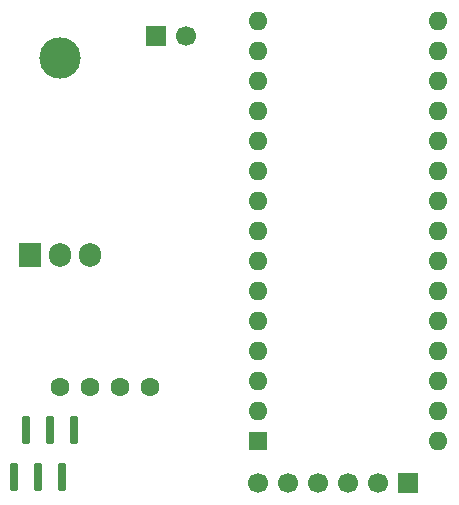
<source format=gbr>
%TF.GenerationSoftware,KiCad,Pcbnew,9.0.1*%
%TF.CreationDate,2025-06-22T03:23:01+02:00*%
%TF.ProjectId,Arduino socket,41726475-696e-46f2-9073-6f636b65742e,rev?*%
%TF.SameCoordinates,Original*%
%TF.FileFunction,Soldermask,Bot*%
%TF.FilePolarity,Negative*%
%FSLAX46Y46*%
G04 Gerber Fmt 4.6, Leading zero omitted, Abs format (unit mm)*
G04 Created by KiCad (PCBNEW 9.0.1) date 2025-06-22 03:23:01*
%MOMM*%
%LPD*%
G01*
G04 APERTURE LIST*
G04 Aperture macros list*
%AMRoundRect*
0 Rectangle with rounded corners*
0 $1 Rounding radius*
0 $2 $3 $4 $5 $6 $7 $8 $9 X,Y pos of 4 corners*
0 Add a 4 corners polygon primitive as box body*
4,1,4,$2,$3,$4,$5,$6,$7,$8,$9,$2,$3,0*
0 Add four circle primitives for the rounded corners*
1,1,$1+$1,$2,$3*
1,1,$1+$1,$4,$5*
1,1,$1+$1,$6,$7*
1,1,$1+$1,$8,$9*
0 Add four rect primitives between the rounded corners*
20,1,$1+$1,$2,$3,$4,$5,0*
20,1,$1+$1,$4,$5,$6,$7,0*
20,1,$1+$1,$6,$7,$8,$9,0*
20,1,$1+$1,$8,$9,$2,$3,0*%
G04 Aperture macros list end*
%ADD10C,3.500000*%
%ADD11R,1.905000X2.000000*%
%ADD12O,1.905000X2.000000*%
%ADD13R,1.700000X1.700000*%
%ADD14C,1.700000*%
%ADD15C,1.600000*%
%ADD16R,1.600000X1.600000*%
%ADD17O,1.600000X1.600000*%
%ADD18RoundRect,0.090000X0.210000X1.060000X-0.210000X1.060000X-0.210000X-1.060000X0.210000X-1.060000X0*%
G04 APERTURE END LIST*
D10*
%TO.C,U1*%
X113284000Y-57508000D03*
D11*
X110744000Y-74168000D03*
D12*
X113284000Y-74168000D03*
X115824000Y-74168000D03*
%TD*%
D13*
%TO.C,J2*%
X121412000Y-55626000D03*
D14*
X123952000Y-55626000D03*
%TD*%
D15*
%TO.C,RTC1*%
X113284000Y-85344000D03*
X115824000Y-85344000D03*
X118364000Y-85344000D03*
X120904000Y-85344000D03*
%TD*%
D13*
%TO.C,J1*%
X142748000Y-93472000D03*
D14*
X140208000Y-93472000D03*
X137668000Y-93472000D03*
X135128000Y-93472000D03*
X132588000Y-93472000D03*
X130048000Y-93472000D03*
%TD*%
D16*
%TO.C,A1*%
X130048000Y-89916000D03*
D17*
X130048000Y-87376000D03*
X130048000Y-84836000D03*
X130048000Y-82296000D03*
X130048000Y-79756000D03*
X130048000Y-77216000D03*
X130048000Y-74676000D03*
X130048000Y-72136000D03*
X130048000Y-69596000D03*
X130048000Y-67056000D03*
X130048000Y-64516000D03*
X130048000Y-61976000D03*
X130048000Y-59436000D03*
X130048000Y-56896000D03*
X130048000Y-54356000D03*
X145288000Y-54356000D03*
X145288000Y-56896000D03*
X145288000Y-59436000D03*
X145288000Y-61976000D03*
X145288000Y-64516000D03*
X145288000Y-67056000D03*
X145288000Y-69596000D03*
X145288000Y-72136000D03*
X145288000Y-74676000D03*
X145288000Y-77216000D03*
X145288000Y-79756000D03*
X145288000Y-82296000D03*
X145288000Y-84836000D03*
X145288000Y-87376000D03*
X145288000Y-89916000D03*
%TD*%
D18*
%TO.C,J3*%
X114394999Y-88964000D03*
X113394999Y-92964000D03*
X112394999Y-88964000D03*
X111394999Y-92964000D03*
X110394999Y-88964000D03*
X109394999Y-92964000D03*
%TD*%
M02*

</source>
